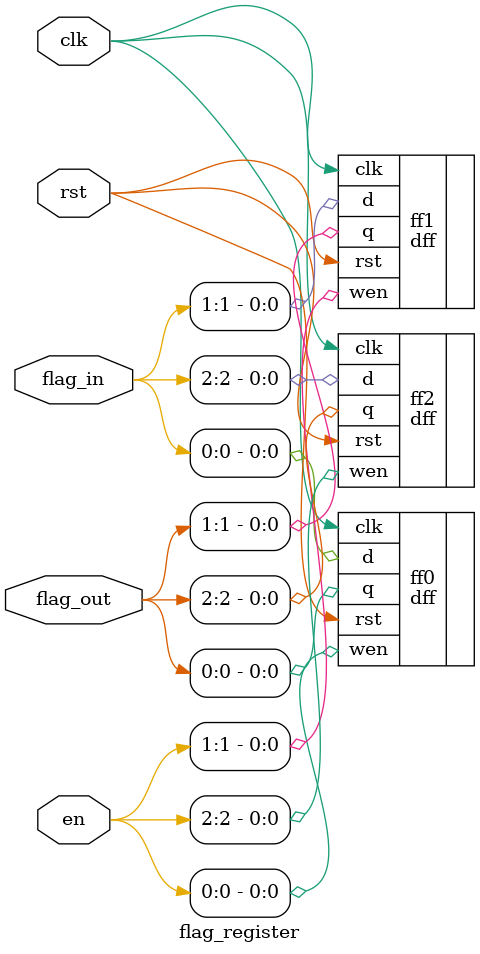
<source format=v>
module flag_register(clk, rst, flag_in, flag_out, en);

input clk, rst;
input [2:0] en;
inout [2:0] flag_in;
inout [2:0] flag_out;

dff ff0(.q(flag_out[0]), .d(flag_in[0]), .wen(en[0]), .clk(clk), .rst(rst));
dff ff1(.q(flag_out[1]), .d(flag_in[1]), .wen(en[1]), .clk(clk), .rst(rst));
dff ff2(.q(flag_out[2]), .d(flag_in[2]), .wen(en[2]), .clk(clk), .rst(rst));

endmodule
</source>
